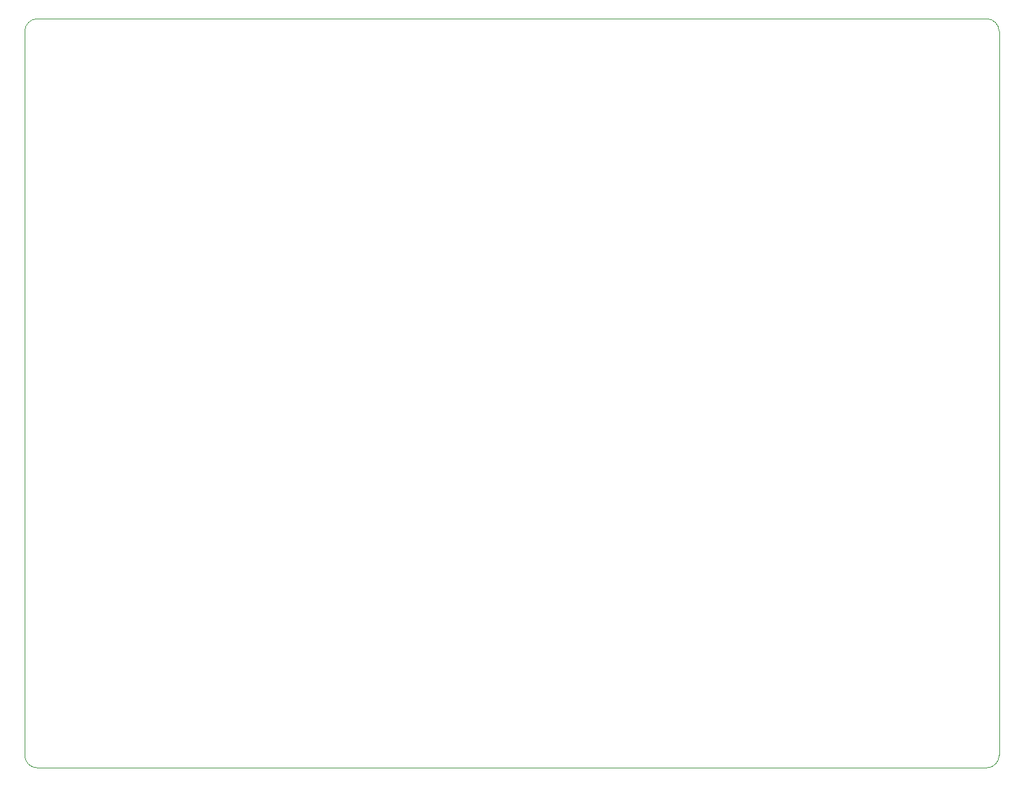
<source format=gbr>
%TF.GenerationSoftware,KiCad,Pcbnew,(5.99.0-10577-g57d4347f00)*%
%TF.CreationDate,2021-07-13T23:37:17-07:00*%
%TF.ProjectId,ahoy_pcb,61686f79-5f70-4636-922e-6b696361645f,rev?*%
%TF.SameCoordinates,Original*%
%TF.FileFunction,Profile,NP*%
%FSLAX46Y46*%
G04 Gerber Fmt 4.6, Leading zero omitted, Abs format (unit mm)*
G04 Created by KiCad (PCBNEW (5.99.0-10577-g57d4347f00)) date 2021-07-13 23:37:17*
%MOMM*%
%LPD*%
G01*
G04 APERTURE LIST*
%TA.AperFunction,Profile*%
%ADD10C,0.100000*%
%TD*%
G04 APERTURE END LIST*
D10*
X147425000Y-53462500D02*
X147425000Y-145537500D01*
X23600000Y-145537500D02*
X23600000Y-53462500D01*
X145837500Y-51875000D02*
G75*
G02*
X147425000Y-53462500I0J-1587500D01*
G01*
X23600000Y-53462500D02*
G75*
G02*
X25187500Y-51875000I1587500J0D01*
G01*
X25187500Y-51875000D02*
X145837500Y-51875000D01*
X25187500Y-147125000D02*
G75*
G02*
X23600000Y-145537500I0J1587500D01*
G01*
X147425000Y-145537500D02*
G75*
G02*
X145837500Y-147125000I-1587500J0D01*
G01*
X145837500Y-147125000D02*
X25187500Y-147125000D01*
M02*

</source>
